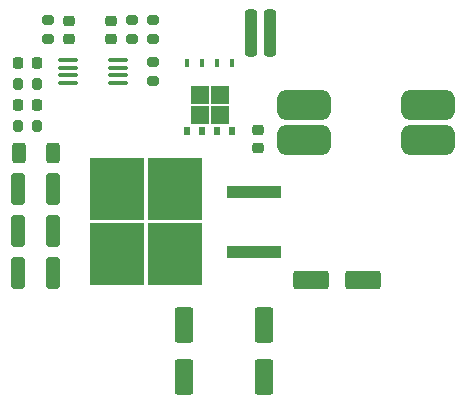
<source format=gbr>
%TF.GenerationSoftware,KiCad,Pcbnew,6.0.10-86aedd382b~118~ubuntu20.04.1*%
%TF.CreationDate,2024-03-04T22:47:07-05:00*%
%TF.ProjectId,cold-start-power-supply,636f6c64-2d73-4746-9172-742d706f7765,rev?*%
%TF.SameCoordinates,Original*%
%TF.FileFunction,Paste,Top*%
%TF.FilePolarity,Positive*%
%FSLAX46Y46*%
G04 Gerber Fmt 4.6, Leading zero omitted, Abs format (unit mm)*
G04 Created by KiCad (PCBNEW 6.0.10-86aedd382b~118~ubuntu20.04.1) date 2024-03-04 22:47:07*
%MOMM*%
%LPD*%
G01*
G04 APERTURE LIST*
G04 Aperture macros list*
%AMRoundRect*
0 Rectangle with rounded corners*
0 $1 Rounding radius*
0 $2 $3 $4 $5 $6 $7 $8 $9 X,Y pos of 4 corners*
0 Add a 4 corners polygon primitive as box body*
4,1,4,$2,$3,$4,$5,$6,$7,$8,$9,$2,$3,0*
0 Add four circle primitives for the rounded corners*
1,1,$1+$1,$2,$3*
1,1,$1+$1,$4,$5*
1,1,$1+$1,$6,$7*
1,1,$1+$1,$8,$9*
0 Add four rect primitives between the rounded corners*
20,1,$1+$1,$2,$3,$4,$5,0*
20,1,$1+$1,$4,$5,$6,$7,0*
20,1,$1+$1,$6,$7,$8,$9,0*
20,1,$1+$1,$8,$9,$2,$3,0*%
G04 Aperture macros list end*
%ADD10RoundRect,0.625000X1.625000X0.625000X-1.625000X0.625000X-1.625000X-0.625000X1.625000X-0.625000X0*%
%ADD11RoundRect,0.225000X0.250000X-0.225000X0.250000X0.225000X-0.250000X0.225000X-0.250000X-0.225000X0*%
%ADD12RoundRect,0.200000X-0.275000X0.200000X-0.275000X-0.200000X0.275000X-0.200000X0.275000X0.200000X0*%
%ADD13RoundRect,0.250000X0.550000X-1.250000X0.550000X1.250000X-0.550000X1.250000X-0.550000X-1.250000X0*%
%ADD14RoundRect,0.250000X-0.250000X-1.750000X0.250000X-1.750000X0.250000X1.750000X-0.250000X1.750000X0*%
%ADD15RoundRect,0.225000X0.225000X0.250000X-0.225000X0.250000X-0.225000X-0.250000X0.225000X-0.250000X0*%
%ADD16R,4.550000X5.250000*%
%ADD17R,4.600000X1.100000*%
%ADD18R,0.500000X0.750000*%
%ADD19R,1.500000X1.500000*%
%ADD20R,0.400000X0.750000*%
%ADD21RoundRect,0.100000X-0.712500X-0.100000X0.712500X-0.100000X0.712500X0.100000X-0.712500X0.100000X0*%
%ADD22RoundRect,0.250000X0.325000X1.100000X-0.325000X1.100000X-0.325000X-1.100000X0.325000X-1.100000X0*%
%ADD23RoundRect,0.250000X1.250000X0.550000X-1.250000X0.550000X-1.250000X-0.550000X1.250000X-0.550000X0*%
%ADD24RoundRect,0.250000X0.312500X0.625000X-0.312500X0.625000X-0.312500X-0.625000X0.312500X-0.625000X0*%
%ADD25RoundRect,0.200000X0.200000X0.275000X-0.200000X0.275000X-0.200000X-0.275000X0.200000X-0.275000X0*%
%ADD26RoundRect,0.200000X0.275000X-0.200000X0.275000X0.200000X-0.275000X0.200000X-0.275000X-0.200000X0*%
G04 APERTURE END LIST*
D10*
%TO.C,L1*%
X150792000Y-91416000D03*
X150792000Y-88416000D03*
X140292000Y-88416000D03*
X140292000Y-91416000D03*
%TD*%
D11*
%TO.C,C7*%
X120396000Y-82830000D03*
X120396000Y-81280000D03*
%TD*%
D12*
%TO.C,R5*%
X118618000Y-81217000D03*
X118618000Y-82867000D03*
%TD*%
D13*
%TO.C,C3*%
X130175000Y-111420000D03*
X130175000Y-107020000D03*
%TD*%
D14*
%TO.C,R6*%
X135852000Y-82296000D03*
X137452000Y-82296000D03*
%TD*%
D15*
%TO.C,C5*%
X117678000Y-84836000D03*
X116128000Y-84836000D03*
%TD*%
D16*
%TO.C,D1*%
X124502000Y-95523000D03*
X129352000Y-101073000D03*
X124502000Y-101073000D03*
X129352000Y-95523000D03*
D17*
X136077000Y-100838000D03*
X136077000Y-95758000D03*
%TD*%
D18*
%TO.C,Q1*%
X131699000Y-90647000D03*
X132969000Y-90647000D03*
D19*
X131484000Y-89242000D03*
X131484000Y-87542000D03*
X133184000Y-89242000D03*
X133184000Y-87542000D03*
D18*
X130429000Y-90647000D03*
X134239000Y-90647000D03*
D20*
X134239000Y-84842000D03*
X132969000Y-84842000D03*
X131699000Y-84842000D03*
X130429000Y-84842000D03*
%TD*%
D21*
%TO.C,IC1*%
X120315500Y-84623000D03*
X120315500Y-85273000D03*
X120315500Y-85923000D03*
X120315500Y-86573000D03*
X124540500Y-86573000D03*
X124540500Y-85923000D03*
X124540500Y-85273000D03*
X124540500Y-84623000D03*
%TD*%
D22*
%TO.C,C11*%
X119028000Y-102616000D03*
X116078000Y-102616000D03*
%TD*%
D15*
%TO.C,C6*%
X117678000Y-88392000D03*
X116128000Y-88392000D03*
%TD*%
D23*
%TO.C,C2*%
X145329000Y-103251000D03*
X140929000Y-103251000D03*
%TD*%
D24*
%TO.C,R7*%
X119064500Y-92456000D03*
X116139500Y-92456000D03*
%TD*%
D25*
%TO.C,R2*%
X117728000Y-86614000D03*
X116078000Y-86614000D03*
%TD*%
%TO.C,R8*%
X117728000Y-90170000D03*
X116078000Y-90170000D03*
%TD*%
D11*
%TO.C,C4*%
X123952000Y-82830000D03*
X123952000Y-81280000D03*
%TD*%
D12*
%TO.C,R1*%
X125730000Y-81217000D03*
X125730000Y-82867000D03*
%TD*%
D13*
%TO.C,C1*%
X136906000Y-111420000D03*
X136906000Y-107020000D03*
%TD*%
D22*
%TO.C,C9*%
X119077000Y-95504000D03*
X116127000Y-95504000D03*
%TD*%
D11*
%TO.C,C8*%
X136398000Y-92088000D03*
X136398000Y-90538000D03*
%TD*%
D12*
%TO.C,R3*%
X127508000Y-81217000D03*
X127508000Y-82867000D03*
%TD*%
D26*
%TO.C,R4*%
X127508000Y-86423000D03*
X127508000Y-84773000D03*
%TD*%
D22*
%TO.C,C10*%
X119077000Y-99060000D03*
X116127000Y-99060000D03*
%TD*%
M02*

</source>
